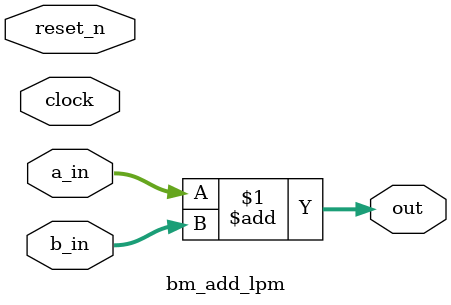
<source format=v>
`define BITS 2         // Bit width of the operands

module 	bm_add_lpm(clock, 
		reset_n, 
		a_in, 
		b_in, 
		out);

// SIGNAL DECLARATIONS
input	clock;
input 	reset_n;

input [`BITS-1:0] a_in;
input [`BITS-1:0] b_in;

output [`BITS-1:0] out;

wire [`BITS-1:0]    out;

// ASSIGN STATEMENTS
assign out = a_in + b_in;

endmodule

</source>
